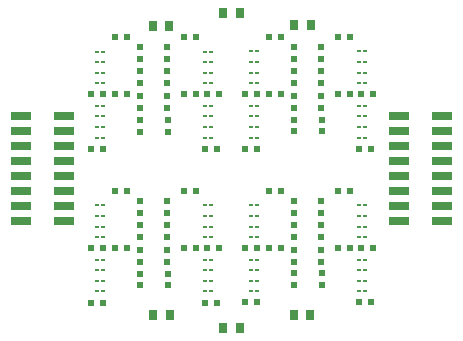
<source format=gbp>
G04 Layer_Color=128*
%FSAX24Y24*%
%MOIN*%
G70*
G01*
G75*
%ADD10R,0.0118X0.0110*%
%ADD12R,0.0315X0.0354*%
%ADD13R,0.0236X0.0197*%
%ADD22R,0.0660X0.0290*%
%ADD23R,0.0197X0.0236*%
D10*
X033926Y024110D02*
D03*
X034127D02*
D03*
X033926Y024470D02*
D03*
X034127D02*
D03*
X033926Y023760D02*
D03*
X034127D02*
D03*
X033926Y023410D02*
D03*
X034127D02*
D03*
X033926Y022310D02*
D03*
X034127D02*
D03*
X033926Y022660D02*
D03*
X034127D02*
D03*
X033926Y021950D02*
D03*
X034127D02*
D03*
X033926Y021600D02*
D03*
X034127D02*
D03*
X030537Y022660D02*
D03*
X030336D02*
D03*
X030537Y022310D02*
D03*
X030336D02*
D03*
X030537Y021600D02*
D03*
X030336D02*
D03*
X030537Y021950D02*
D03*
X030336D02*
D03*
X030537Y024470D02*
D03*
X030336D02*
D03*
X030537Y024120D02*
D03*
X030336D02*
D03*
X030537Y023410D02*
D03*
X030336D02*
D03*
X030537Y023760D02*
D03*
X030336D02*
D03*
X028792Y022307D02*
D03*
X028993D02*
D03*
X028792Y022657D02*
D03*
X028993D02*
D03*
X028792Y021947D02*
D03*
X028993D02*
D03*
X028792Y021597D02*
D03*
X028993D02*
D03*
X028792Y024107D02*
D03*
X028993D02*
D03*
X028792Y024467D02*
D03*
X028993D02*
D03*
X028792Y023757D02*
D03*
X028993D02*
D03*
X028792Y023407D02*
D03*
X028993D02*
D03*
X025403Y022657D02*
D03*
X025202D02*
D03*
X025403Y022307D02*
D03*
X025202D02*
D03*
X025403Y021597D02*
D03*
X025202D02*
D03*
X025403Y021947D02*
D03*
X025202D02*
D03*
X025403Y024117D02*
D03*
X025202D02*
D03*
X025403Y024467D02*
D03*
X025202D02*
D03*
X025403Y023407D02*
D03*
X025202D02*
D03*
X025403Y023757D02*
D03*
X025202D02*
D03*
X033926Y027436D02*
D03*
X034127D02*
D03*
X033926Y027786D02*
D03*
X034127D02*
D03*
X033926Y027076D02*
D03*
X034127D02*
D03*
X033926Y026726D02*
D03*
X034127D02*
D03*
X033926Y029236D02*
D03*
X034127D02*
D03*
X033926Y029596D02*
D03*
X034127D02*
D03*
X033926Y028886D02*
D03*
X034127D02*
D03*
X033926Y028536D02*
D03*
X034127D02*
D03*
X030537Y027786D02*
D03*
X030336D02*
D03*
X030537Y027436D02*
D03*
X030336D02*
D03*
X030537Y026726D02*
D03*
X030336D02*
D03*
X030537Y027076D02*
D03*
X030336D02*
D03*
X025403Y027073D02*
D03*
X025202D02*
D03*
X025403Y026723D02*
D03*
X025202D02*
D03*
X028792Y026723D02*
D03*
X028993D02*
D03*
X028792Y027073D02*
D03*
X028993D02*
D03*
X025403Y027433D02*
D03*
X025202D02*
D03*
X025403Y027783D02*
D03*
X025202D02*
D03*
X028792Y027783D02*
D03*
X028993D02*
D03*
X028792Y027433D02*
D03*
X028993D02*
D03*
X030537Y028886D02*
D03*
X030336D02*
D03*
X030537Y028536D02*
D03*
X030336D02*
D03*
X025403Y028883D02*
D03*
X025202D02*
D03*
X025403Y028533D02*
D03*
X025202D02*
D03*
X030537Y029246D02*
D03*
X030336D02*
D03*
X030537Y029596D02*
D03*
X030336D02*
D03*
X025403Y029243D02*
D03*
X025202D02*
D03*
X025403Y029593D02*
D03*
X025202D02*
D03*
X028792Y028533D02*
D03*
X028993D02*
D03*
X028792Y028883D02*
D03*
X028993D02*
D03*
X028792Y029593D02*
D03*
X028993D02*
D03*
Y029233D02*
D03*
X028792D02*
D03*
D12*
X027618Y030453D02*
D03*
X027067D02*
D03*
X031777Y030463D02*
D03*
X032328D02*
D03*
X027628Y020823D02*
D03*
X027077D02*
D03*
X031767Y020823D02*
D03*
X032318D02*
D03*
X029968Y020393D02*
D03*
X029417D02*
D03*
X029417Y030863D02*
D03*
X029968D02*
D03*
D13*
X033623Y024940D02*
D03*
X033230D02*
D03*
X033230Y023040D02*
D03*
X033623D02*
D03*
X034413Y023040D02*
D03*
X034020D02*
D03*
X033930Y021230D02*
D03*
X034323D02*
D03*
X030533Y023040D02*
D03*
X030140D02*
D03*
X030940Y023040D02*
D03*
X031333D02*
D03*
X030940Y024940D02*
D03*
X031333D02*
D03*
X028886Y023037D02*
D03*
X029279D02*
D03*
X028796Y021227D02*
D03*
X029189D02*
D03*
X028489Y024937D02*
D03*
X028096D02*
D03*
X028489Y023037D02*
D03*
X028096D02*
D03*
X025399Y023037D02*
D03*
X025006D02*
D03*
X025399Y021227D02*
D03*
X025006D02*
D03*
X025806Y024937D02*
D03*
X026199D02*
D03*
X025806Y023037D02*
D03*
X026199D02*
D03*
X034413Y028166D02*
D03*
X034020D02*
D03*
X033930Y026356D02*
D03*
X034323D02*
D03*
X030533Y028166D02*
D03*
X030140D02*
D03*
X030533Y026356D02*
D03*
X030140D02*
D03*
X033230Y030066D02*
D03*
X033623D02*
D03*
X033230Y028166D02*
D03*
X033623D02*
D03*
X030533Y021230D02*
D03*
X030140D02*
D03*
X030940Y030066D02*
D03*
X031333D02*
D03*
X030940Y028166D02*
D03*
X031333D02*
D03*
X028489Y030063D02*
D03*
X028096D02*
D03*
X025806D02*
D03*
X026199D02*
D03*
X025806Y028163D02*
D03*
X026199D02*
D03*
X028489D02*
D03*
X028096D02*
D03*
X028886D02*
D03*
X029279D02*
D03*
X025399Y028163D02*
D03*
X025006D02*
D03*
X028796Y026353D02*
D03*
X029189D02*
D03*
X025399Y026353D02*
D03*
X025006D02*
D03*
D22*
X022668Y027443D02*
D03*
X024118D02*
D03*
X022668Y026943D02*
D03*
X024118D02*
D03*
X022668Y026443D02*
D03*
X024118D02*
D03*
X022668Y025943D02*
D03*
X024118D02*
D03*
X022668Y025443D02*
D03*
X024118D02*
D03*
X022668Y024943D02*
D03*
X024118D02*
D03*
X022668Y024443D02*
D03*
X024118D02*
D03*
X022668Y023943D02*
D03*
X024118D02*
D03*
X036717D02*
D03*
X035267D02*
D03*
X036717Y024443D02*
D03*
X035267D02*
D03*
X036717Y024943D02*
D03*
X035267D02*
D03*
X036717Y025443D02*
D03*
X035267D02*
D03*
X036717Y025943D02*
D03*
X035267D02*
D03*
X036717Y026443D02*
D03*
X035267D02*
D03*
X036717Y026943D02*
D03*
X035267D02*
D03*
X036717Y027443D02*
D03*
X035267D02*
D03*
D23*
X032686Y024224D02*
D03*
Y024617D02*
D03*
X032686Y023817D02*
D03*
Y023424D02*
D03*
X032686Y022584D02*
D03*
Y022977D02*
D03*
X032696Y022197D02*
D03*
Y021804D02*
D03*
X031786Y022584D02*
D03*
Y022977D02*
D03*
X031776Y024224D02*
D03*
Y024617D02*
D03*
X031786Y023817D02*
D03*
Y023424D02*
D03*
X027553Y022580D02*
D03*
Y022973D02*
D03*
X027563Y022193D02*
D03*
Y021800D02*
D03*
X027553Y024220D02*
D03*
Y024613D02*
D03*
X027553Y023813D02*
D03*
Y023420D02*
D03*
X026653Y022580D02*
D03*
Y022973D02*
D03*
X026653Y022193D02*
D03*
Y021800D02*
D03*
X026643Y024220D02*
D03*
Y024613D02*
D03*
X026653Y023813D02*
D03*
Y023420D02*
D03*
X032686Y027710D02*
D03*
Y028103D02*
D03*
X032696Y027323D02*
D03*
Y026930D02*
D03*
X031786Y027710D02*
D03*
Y028103D02*
D03*
X031786Y027323D02*
D03*
Y026930D02*
D03*
X032686Y029350D02*
D03*
Y029743D02*
D03*
X032686Y028943D02*
D03*
Y028550D02*
D03*
X031786Y022197D02*
D03*
Y021804D02*
D03*
X031776Y029350D02*
D03*
Y029743D02*
D03*
X031786Y028943D02*
D03*
Y028550D02*
D03*
X027553Y029346D02*
D03*
Y029739D02*
D03*
X026643Y029346D02*
D03*
Y029739D02*
D03*
X026653Y028939D02*
D03*
Y028546D02*
D03*
X027553Y028939D02*
D03*
Y028546D02*
D03*
X027553Y027706D02*
D03*
Y028099D02*
D03*
X026653Y027706D02*
D03*
Y028099D02*
D03*
X027563Y027319D02*
D03*
Y026926D02*
D03*
X026653Y027319D02*
D03*
Y026926D02*
D03*
M02*

</source>
